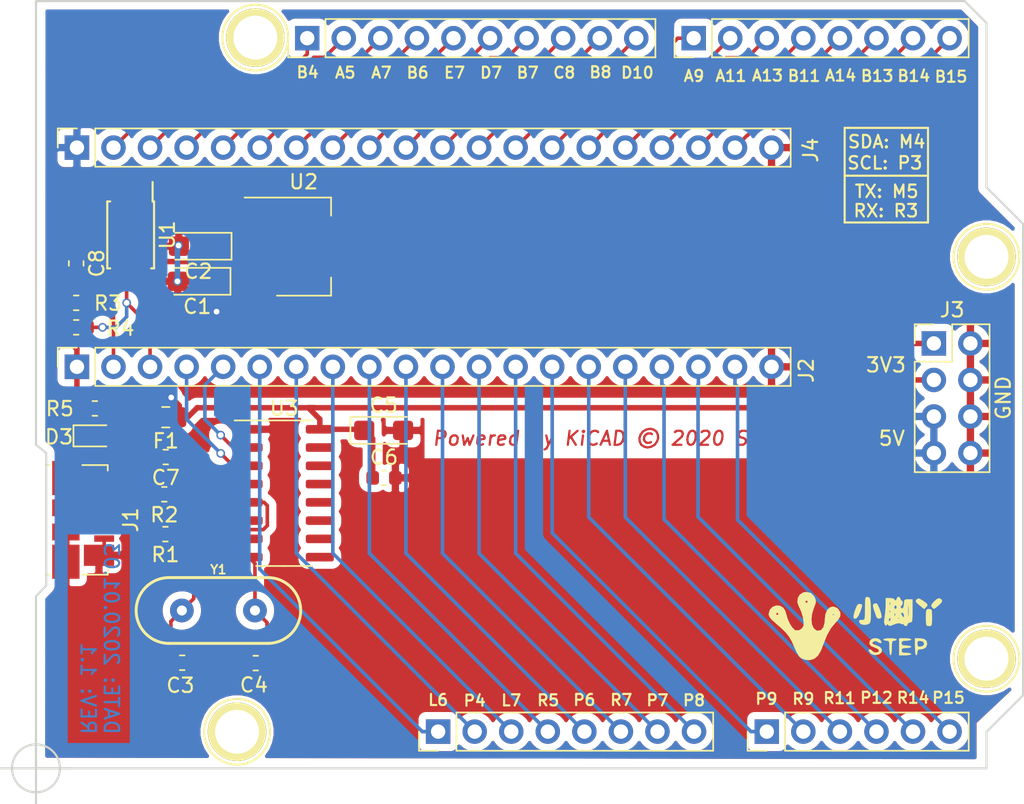
<source format=kicad_pcb>
(kicad_pcb (version 20171130) (host pcbnew "(5.1.4-0-10_14)")
  (title_block (date "lun. 30 mars 2015"))
  (layers (0 F.Cu signal) (31 B.Cu signal) (34 B.Paste user) (35 F.Paste user) (36 B.SilkS user) (37 F.SilkS user) (38 B.Mask user) (39 F.Mask user) (44 Edge.Cuts user))
  (net 0 "")
  (net 1 +5V)
  (net 2 GND)
  (net 3 "Net-(P5-Pad1)")
  (net 4 "Net-(P6-Pad1)")
  (net 5 "Net-(P7-Pad1)")
  (net 6 "Net-(P8-Pad1)")
  (net 7 +3V3)
  (net 8 "Net-(C3-Pad1)")
  (net 9 "Net-(C4-Pad1)")
  (net 10 "Net-(C7-Pad1)")
  (net 11 "Net-(D3-Pad2)")
  (net 12 "Net-(F1-Pad2)")
  (net 13 "Net-(J1-Pad4)")
  (net 14 SDA)
  (net 15 SCL)
  (net 16 TXD)
  (net 17 RXD)
  (net 18 "Net-(J2-Pad6)")
  (net 19 "Net-(J2-Pad7)")
  (net 20 "Net-(J2-Pad8)")
  (net 21 "Net-(J2-Pad9)")
  (net 22 "Net-(J2-Pad10)")
  (net 23 "Net-(J2-Pad11)")
  (net 24 "Net-(J2-Pad12)")
  (net 25 "Net-(J2-Pad13)")
  (net 26 "Net-(J2-Pad14)")
  (net 27 "Net-(J2-Pad15)")
  (net 28 "Net-(J2-Pad16)")
  (net 29 "Net-(J2-Pad17)")
  (net 30 "Net-(J2-Pad18)")
  (net 31 "Net-(J2-Pad19)")
  (net 32 "Net-(J4-Pad19)")
  (net 33 "Net-(J4-Pad18)")
  (net 34 "Net-(J4-Pad17)")
  (net 35 "Net-(J4-Pad16)")
  (net 36 "Net-(J4-Pad15)")
  (net 37 "Net-(J4-Pad14)")
  (net 38 "Net-(J4-Pad13)")
  (net 39 "Net-(J4-Pad12)")
  (net 40 "Net-(J4-Pad11)")
  (net 41 "Net-(J4-Pad10)")
  (net 42 "Net-(J4-Pad9)")
  (net 43 "Net-(J4-Pad8)")
  (net 44 "Net-(J4-Pad7)")
  (net 45 "Net-(J4-Pad6)")
  (net 46 "Net-(J4-Pad5)")
  (net 47 "Net-(J4-Pad4)")
  (net 48 "Net-(J4-Pad3)")
  (net 49 "Net-(J4-Pad2)")
  (net 50 "Net-(R1-Pad1)")
  (net 51 "Net-(R2-Pad1)")
  (net 52 "Net-(U3-Pad9)")
  (net 53 "Net-(U3-Pad10)")
  (net 54 "Net-(U3-Pad11)")
  (net 55 "Net-(U3-Pad12)")
  (net 56 "Net-(U3-Pad13)")
  (net 57 "Net-(U3-Pad14)")
  (net 58 "Net-(U3-Pad15)")
  (net 59 /D-)
  (net 60 /D+)
  (module Battery:setpfpga (layer F.Cu) (at 168.4274 116.5606)
    (fp_text reference G*** hide)
    (fp_text value LOGO hide)
  )
  (module Connector_PinSocket_2.54mm:PinSocket_1x20_P2.54mm_Vertical (layer F.Cu) (at 113.8428 83.2104 90)
    (fp_text reference J4 (at -0.1778 50.9778 90) (layer F.SilkS))
    (fp_text value Conn_01x20 hide)
    (pad 20 thru_hole oval (at 0 48.26 90) (size 1.7 1.7) (drill 1) (layers *.Cu *.Mask) (net 2 GND))
    (pad 19 thru_hole oval (at 0 45.72 90) (size 1.7 1.7) (drill 1) (layers *.Cu *.Mask) (net 32 "Net-(J4-Pad19)"))
    (pad 18 thru_hole oval (at 0 43.18 90) (size 1.7 1.7) (drill 1) (layers *.Cu *.Mask) (net 33 "Net-(J4-Pad18)"))
    (pad 17 thru_hole oval (at 0 40.64 90) (size 1.7 1.7) (drill 1) (layers *.Cu *.Mask) (net 34 "Net-(J4-Pad17)"))
    (pad 16 thru_hole oval (at 0 38.1 90) (size 1.7 1.7) (drill 1) (layers *.Cu *.Mask) (net 35 "Net-(J4-Pad16)"))
    (pad 15 thru_hole oval (at 0 35.56 90) (size 1.7 1.7) (drill 1) (layers *.Cu *.Mask) (net 36 "Net-(J4-Pad15)"))
    (pad 14 thru_hole oval (at 0 33.02 90) (size 1.7 1.7) (drill 1) (layers *.Cu *.Mask) (net 37 "Net-(J4-Pad14)"))
    (pad 13 thru_hole oval (at 0 30.48 90) (size 1.7 1.7) (drill 1) (layers *.Cu *.Mask) (net 38 "Net-(J4-Pad13)"))
    (pad 12 thru_hole oval (at 0 27.94 90) (size 1.7 1.7) (drill 1) (layers *.Cu *.Mask) (net 39 "Net-(J4-Pad12)"))
    (pad 11 thru_hole oval (at 0 25.4 90) (size 1.7 1.7) (drill 1) (layers *.Cu *.Mask) (net 40 "Net-(J4-Pad11)"))
    (pad 10 thru_hole oval (at 0 22.86 90) (size 1.7 1.7) (drill 1) (layers *.Cu *.Mask) (net 41 "Net-(J4-Pad10)"))
    (pad 9 thru_hole oval (at 0 20.32 90) (size 1.7 1.7) (drill 1) (layers *.Cu *.Mask) (net 42 "Net-(J4-Pad9)"))
    (pad 8 thru_hole oval (at 0 17.78 90) (size 1.7 1.7) (drill 1) (layers *.Cu *.Mask) (net 43 "Net-(J4-Pad8)"))
    (pad 7 thru_hole oval (at 0 15.24 90) (size 1.7 1.7) (drill 1) (layers *.Cu *.Mask) (net 44 "Net-(J4-Pad7)"))
    (pad 6 thru_hole oval (at 0 12.7 90) (size 1.7 1.7) (drill 1) (layers *.Cu *.Mask) (net 45 "Net-(J4-Pad6)"))
    (pad 5 thru_hole oval (at 0 10.16 90) (size 1.7 1.7) (drill 1) (layers *.Cu *.Mask) (net 46 "Net-(J4-Pad5)"))
    (pad 4 thru_hole oval (at 0 7.62 90) (size 1.7 1.7) (drill 1) (layers *.Cu *.Mask) (net 47 "Net-(J4-Pad4)"))
    (pad 3 thru_hole oval (at 0 5.08 90) (size 1.7 1.7) (drill 1) (layers *.Cu *.Mask) (net 48 "Net-(J4-Pad3)"))
    (pad 2 thru_hole oval (at 0 2.54 90) (size 1.7 1.7) (drill 1) (layers *.Cu *.Mask) (net 49 "Net-(J4-Pad2)"))
    (pad 1 thru_hole rect (at 0 0 90) (size 1.7 1.7) (drill 1) (layers *.Cu *.Mask) (net 1 +5V))
  )
  (module Socket_Arduino_Uno:Arduino_1pin (layer F.Cu) (at 124.968 123.825)
    (fp_text reference P5 hide)
    (fp_text value CONN_01X01 hide)
    (pad 1 thru_hole circle (at 0 0) (size 4.064 4.064) (drill 3.048) (layers *.Cu *.Mask F.SilkS) (net 3 "Net-(P5-Pad1)"))
  )
  (module Socket_Arduino_Uno:Arduino_1pin (layer F.Cu) (at 177.038 118.745)
    (fp_text reference P6 hide)
    (fp_text value CONN_01X01 hide)
    (pad 1 thru_hole circle (at 0 0) (size 4.064 4.064) (drill 3.048) (layers *.Cu *.Mask F.SilkS) (net 4 "Net-(P6-Pad1)"))
  )
  (module Socket_Arduino_Uno:Arduino_1pin (layer F.Cu) (at 126.238 75.565)
    (fp_text reference P7 hide)
    (fp_text value CONN_01X01 hide)
    (pad 1 thru_hole circle (at 0 0) (size 4.064 4.064) (drill 3.048) (layers *.Cu *.Mask F.SilkS) (net 5 "Net-(P7-Pad1)"))
  )
  (module Socket_Arduino_Uno:Arduino_1pin (layer F.Cu) (at 177.038 90.805)
    (fp_text reference P8 hide)
    (fp_text value CONN_01X01 hide)
    (pad 1 thru_hole circle (at 0 0) (size 4.064 4.064) (drill 3.048) (layers *.Cu *.Mask F.SilkS) (net 6 "Net-(P8-Pad1)"))
  )
  (module Diode_SMD:D_0603_1608Metric (layer F.Cu) (at 115.0874 103.251)
    (fp_text reference D3 (at -2.4892 0.0762) (layer F.SilkS))
    (fp_text value LED)
    (pad 1 smd roundrect (at -0.7875 0) (size 0.875 0.95) (layers F.Cu F.Paste F.Mask) (net 2 GND))
    (pad 2 smd roundrect (at 0.7875 0) (size 0.875 0.95) (layers F.Cu F.Paste F.Mask) (net 11 "Net-(D3-Pad2)"))
  )
  (module Fuse:Fuse_0805_2012Metric (layer F.Cu) (at 120.015 101.9556 180)
    (fp_text reference F1 (at 0 -1.65) (layer F.SilkS))
    (fp_text value Polyfuse hide)
    (pad 1 smd roundrect (at -0.9375 0 180) (size 0.975 1.4) (layers F.Cu F.Paste F.Mask) (net 1 +5V))
    (pad 2 smd roundrect (at 0.9375 0 180) (size 0.975 1.4) (layers F.Cu F.Paste F.Mask) (net 12 "Net-(F1-Pad2)"))
  )
  (module Connector_USB:USB_Micro-B_Molex_47346-0001 (layer F.Cu) (at 114.2746 109.093 270)
    (fp_text reference J1 (at 0 -3.3 270) (layer F.SilkS))
    (fp_text value USB_B_Micro hide)
    (pad 1 smd rect (at -1.3 -1.46 270) (size 0.45 1.38) (layers F.Cu F.Paste F.Mask) (net 12 "Net-(F1-Pad2)"))
    (pad 2 smd rect (at -0.65 -1.46 270) (size 0.45 1.38) (layers F.Cu F.Paste F.Mask) (net 59 /D-))
    (pad 3 smd rect (at 0 -1.46 270) (size 0.45 1.38) (layers F.Cu F.Paste F.Mask) (net 60 /D+))
    (pad 4 smd rect (at 0.65 -1.46 270) (size 0.45 1.38) (layers F.Cu F.Paste F.Mask) (net 13 "Net-(J1-Pad4)"))
    (pad 5 smd rect (at 1.3 -1.46 270) (size 0.45 1.38) (layers F.Cu F.Paste F.Mask) (net 2 GND))
    (pad 6 smd rect (at -2.4625 -1.1 270) (size 1.475 2.1) (layers F.Cu F.Paste F.Mask) (net 2 GND))
    (pad 6 smd rect (at 2.4625 -1.1 270) (size 1.475 2.1) (layers F.Cu F.Paste F.Mask) (net 2 GND))
    (pad 6 smd rect (at -2.91 1.2 270) (size 2.375 1.9) (layers F.Cu F.Paste F.Mask) (net 2 GND))
    (pad 6 smd rect (at 2.91 1.2 270) (size 2.375 1.9) (layers F.Cu F.Paste F.Mask) (net 2 GND))
    (pad 6 smd rect (at -0.84 1.2 270) (size 1.175 1.9) (layers F.Cu F.Paste F.Mask) (net 2 GND))
    (pad 6 smd rect (at 0.84 1.2 270) (size 1.175 1.9) (layers F.Cu F.Paste F.Mask) (net 2 GND))
  )
  (module Connector_PinSocket_2.54mm:PinSocket_1x20_P2.54mm_Vertical (layer F.Cu) (at 113.8428 98.4504 90)
    (fp_text reference J2 (at -0.254 50.673 90) (layer F.SilkS))
    (fp_text value Conn_01x20 hide)
    (pad 1 thru_hole rect (at 0 0 90) (size 1.7 1.7) (drill 1) (layers *.Cu *.Mask) (net 7 +3V3))
    (pad 2 thru_hole oval (at 0 2.54 90) (size 1.7 1.7) (drill 1) (layers *.Cu *.Mask) (net 14 SDA))
    (pad 3 thru_hole oval (at 0 5.08 90) (size 1.7 1.7) (drill 1) (layers *.Cu *.Mask) (net 15 SCL))
    (pad 4 thru_hole oval (at 0 7.62 90) (size 1.7 1.7) (drill 1) (layers *.Cu *.Mask) (net 16 TXD))
    (pad 5 thru_hole oval (at 0 10.16 90) (size 1.7 1.7) (drill 1) (layers *.Cu *.Mask) (net 17 RXD))
    (pad 6 thru_hole oval (at 0 12.7 90) (size 1.7 1.7) (drill 1) (layers *.Cu *.Mask) (net 18 "Net-(J2-Pad6)"))
    (pad 7 thru_hole oval (at 0 15.24 90) (size 1.7 1.7) (drill 1) (layers *.Cu *.Mask) (net 19 "Net-(J2-Pad7)"))
    (pad 8 thru_hole oval (at 0 17.78 90) (size 1.7 1.7) (drill 1) (layers *.Cu *.Mask) (net 20 "Net-(J2-Pad8)"))
    (pad 9 thru_hole oval (at 0 20.32 90) (size 1.7 1.7) (drill 1) (layers *.Cu *.Mask) (net 21 "Net-(J2-Pad9)"))
    (pad 10 thru_hole oval (at 0 22.86 90) (size 1.7 1.7) (drill 1) (layers *.Cu *.Mask) (net 22 "Net-(J2-Pad10)"))
    (pad 11 thru_hole oval (at 0 25.4 90) (size 1.7 1.7) (drill 1) (layers *.Cu *.Mask) (net 23 "Net-(J2-Pad11)"))
    (pad 12 thru_hole oval (at 0 27.94 90) (size 1.7 1.7) (drill 1) (layers *.Cu *.Mask) (net 24 "Net-(J2-Pad12)"))
    (pad 13 thru_hole oval (at 0 30.48 90) (size 1.7 1.7) (drill 1) (layers *.Cu *.Mask) (net 25 "Net-(J2-Pad13)"))
    (pad 14 thru_hole oval (at 0 33.02 90) (size 1.7 1.7) (drill 1) (layers *.Cu *.Mask) (net 26 "Net-(J2-Pad14)"))
    (pad 15 thru_hole oval (at 0 35.56 90) (size 1.7 1.7) (drill 1) (layers *.Cu *.Mask) (net 27 "Net-(J2-Pad15)"))
    (pad 16 thru_hole oval (at 0 38.1 90) (size 1.7 1.7) (drill 1) (layers *.Cu *.Mask) (net 28 "Net-(J2-Pad16)"))
    (pad 17 thru_hole oval (at 0 40.64 90) (size 1.7 1.7) (drill 1) (layers *.Cu *.Mask) (net 29 "Net-(J2-Pad17)"))
    (pad 18 thru_hole oval (at 0 43.18 90) (size 1.7 1.7) (drill 1) (layers *.Cu *.Mask) (net 30 "Net-(J2-Pad18)"))
    (pad 19 thru_hole oval (at 0 45.72 90) (size 1.7 1.7) (drill 1) (layers *.Cu *.Mask) (net 31 "Net-(J2-Pad19)"))
    (pad 20 thru_hole oval (at 0 48.26 90) (size 1.7 1.7) (drill 1) (layers *.Cu *.Mask) (net 2 GND))
  )
  (module Connector_PinHeader_2.54mm:PinHeader_2x04_P2.54mm_Vertical (layer F.Cu) (at 173.3804 96.8248)
    (fp_text reference J3 (at 1.27 -2.33) (layer F.SilkS))
    (fp_text value Conn_02x04_Counter_Clockwise hide)
    (pad 1 thru_hole rect (at 0 0) (size 1.7 1.7) (drill 1) (layers *.Cu *.Mask) (net 7 +3V3))
    (pad 2 thru_hole oval (at 2.54 0) (size 1.7 1.7) (drill 1) (layers *.Cu *.Mask) (net 2 GND))
    (pad 3 thru_hole oval (at 0 2.54) (size 1.7 1.7) (drill 1) (layers *.Cu *.Mask) (net 7 +3V3))
    (pad 4 thru_hole oval (at 2.54 2.54) (size 1.7 1.7) (drill 1) (layers *.Cu *.Mask) (net 2 GND))
    (pad 5 thru_hole oval (at 0 5.08) (size 1.7 1.7) (drill 1) (layers *.Cu *.Mask) (net 1 +5V))
    (pad 6 thru_hole oval (at 2.54 5.08) (size 1.7 1.7) (drill 1) (layers *.Cu *.Mask) (net 2 GND))
    (pad 7 thru_hole oval (at 0 7.62) (size 1.7 1.7) (drill 1) (layers *.Cu *.Mask) (net 1 +5V))
    (pad 8 thru_hole oval (at 2.54 7.62) (size 1.7 1.7) (drill 1) (layers *.Cu *.Mask) (net 2 GND))
  )
  (module Resistor_SMD:R_0603_1608Metric (layer F.Cu) (at 119.9896 110.0836 180)
    (fp_text reference R1 (at 0 -1.43) (layer F.SilkS))
    (fp_text value 3)
    (pad 1 smd roundrect (at -0.7875 0 180) (size 0.875 0.95) (layers F.Cu F.Paste F.Mask) (net 50 "Net-(R1-Pad1)"))
    (pad 2 smd roundrect (at 0.7875 0 180) (size 0.875 0.95) (layers F.Cu F.Paste F.Mask) (net 60 /D+))
  )
  (module Resistor_SMD:R_0603_1608Metric (layer F.Cu) (at 119.9134 107.315 180)
    (fp_text reference R2 (at 0 -1.43) (layer F.SilkS))
    (fp_text value 3)
    (pad 2 smd roundrect (at 0.7875 0 180) (size 0.875 0.95) (layers F.Cu F.Paste F.Mask) (net 59 /D-))
    (pad 1 smd roundrect (at -0.7875 0 180) (size 0.875 0.95) (layers F.Cu F.Paste F.Mask) (net 51 "Net-(R2-Pad1)"))
  )
  (module Resistor_SMD:R_0603_1608Metric (layer F.Cu) (at 113.792 94.0054)
    (fp_text reference R3 (at 2.2098 0.0254) (layer F.SilkS))
    (fp_text value 4.7k)
    (pad 1 smd roundrect (at -0.7875 0) (size 0.875 0.95) (layers F.Cu F.Paste F.Mask) (net 7 +3V3))
    (pad 2 smd roundrect (at 0.7875 0) (size 0.875 0.95) (layers F.Cu F.Paste F.Mask) (net 14 SDA))
  )
  (module Resistor_SMD:R_0603_1608Metric (layer F.Cu) (at 113.792 95.7072)
    (fp_text reference R4 (at 3.0734 0.0762) (layer F.SilkS))
    (fp_text value 4.7k)
    (pad 2 smd roundrect (at 0.7875 0) (size 0.875 0.95) (layers F.Cu F.Paste F.Mask) (net 15 SCL))
    (pad 1 smd roundrect (at -0.7875 0) (size 0.875 0.95) (layers F.Cu F.Paste F.Mask) (net 7 +3V3))
  )
  (module Resistor_SMD:R_0603_1608Metric (layer F.Cu) (at 115.0874 101.346)
    (fp_text reference R5 (at -2.4384 0.0254) (layer F.SilkS))
    (fp_text value 3.3k)
    (pad 1 smd roundrect (at -0.7875 0) (size 0.875 0.95) (layers F.Cu F.Paste F.Mask) (net 7 +3V3))
    (pad 2 smd roundrect (at 0.7875 0) (size 0.875 0.95) (layers F.Cu F.Paste F.Mask) (net 11 "Net-(D3-Pad2)"))
  )
  (module Package_SO:TSSOP-8_4.4x3mm_P0.65mm (layer F.Cu) (at 117.5766 89.281 270)
    (fp_text reference U1 (at 0 -2.55 90) (layer F.SilkS))
    (fp_text value M24C02-FDW)
    (pad 1 smd rect (at -2.95 -0.975 270) (size 1.45 0.45) (layers F.Cu F.Paste F.Mask) (net 2 GND))
    (pad 2 smd rect (at -2.95 -0.325 270) (size 1.45 0.45) (layers F.Cu F.Paste F.Mask) (net 2 GND))
    (pad 3 smd rect (at -2.95 0.325 270) (size 1.45 0.45) (layers F.Cu F.Paste F.Mask) (net 2 GND))
    (pad 4 smd rect (at -2.95 0.975 270) (size 1.45 0.45) (layers F.Cu F.Paste F.Mask) (net 2 GND))
    (pad 5 smd rect (at 2.95 0.975 270) (size 1.45 0.45) (layers F.Cu F.Paste F.Mask) (net 14 SDA))
    (pad 6 smd rect (at 2.95 0.325 270) (size 1.45 0.45) (layers F.Cu F.Paste F.Mask) (net 15 SCL))
    (pad 7 smd rect (at 2.95 -0.325 270) (size 1.45 0.45) (layers F.Cu F.Paste F.Mask) (net 2 GND))
    (pad 8 smd rect (at 2.95 -0.975 270) (size 1.45 0.45) (layers F.Cu F.Paste F.Mask) (net 7 +3V3))
  )
  (module Package_TO_SOT_SMD:SOT-223-3_TabPin2 (layer F.Cu) (at 129.5908 90.0938)
    (fp_text reference U2 (at 0 -4.5) (layer F.SilkS))
    (fp_text value AMS1117-3.3 hide)
    (pad 2 smd rect (at 3.15 0) (size 2 3.8) (layers F.Cu F.Paste F.Mask) (net 7 +3V3))
    (pad 2 smd rect (at -3.15 0) (size 2 1.5) (layers F.Cu F.Paste F.Mask) (net 7 +3V3))
    (pad 3 smd rect (at -3.15 2.3) (size 2 1.5) (layers F.Cu F.Paste F.Mask) (net 1 +5V))
    (pad 1 smd rect (at -3.15 -2.3) (size 2 1.5) (layers F.Cu F.Paste F.Mask) (net 2 GND))
  )
  (module Package_SO:SOIC-16_3.9x9.9mm_P1.27mm (layer F.Cu) (at 128.2446 107.2388)
    (fp_text reference U3 (at 0 -5.9) (layer F.SilkS))
    (fp_text value CH340G)
    (pad 1 smd roundrect (at -2.475 -4.445) (size 1.95 0.6) (layers F.Cu F.Paste F.Mask) (net 2 GND))
    (pad 2 smd roundrect (at -2.475 -3.175) (size 1.95 0.6) (layers F.Cu F.Paste F.Mask) (net 17 RXD))
    (pad 3 smd roundrect (at -2.475 -1.905) (size 1.95 0.6) (layers F.Cu F.Paste F.Mask) (net 16 TXD))
    (pad 4 smd roundrect (at -2.475 -0.635) (size 1.95 0.6) (layers F.Cu F.Paste F.Mask) (net 10 "Net-(C7-Pad1)"))
    (pad 5 smd roundrect (at -2.475 0.635) (size 1.95 0.6) (layers F.Cu F.Paste F.Mask) (net 50 "Net-(R1-Pad1)"))
    (pad 6 smd roundrect (at -2.475 1.905) (size 1.95 0.6) (layers F.Cu F.Paste F.Mask) (net 51 "Net-(R2-Pad1)"))
    (pad 7 smd roundrect (at -2.475 3.175) (size 1.95 0.6) (layers F.Cu F.Paste F.Mask) (net 8 "Net-(C3-Pad1)"))
    (pad 8 smd roundrect (at -2.475 4.445) (size 1.95 0.6) (layers F.Cu F.Paste F.Mask) (net 9 "Net-(C4-Pad1)"))
    (pad 9 smd roundrect (at 2.475 4.445) (size 1.95 0.6) (layers F.Cu F.Paste F.Mask) (net 52 "Net-(U3-Pad9)"))
    (pad 10 smd roundrect (at 2.475 3.175) (size 1.95 0.6) (layers F.Cu F.Paste F.Mask) (net 53 "Net-(U3-Pad10)"))
    (pad 11 smd roundrect (at 2.475 1.905) (size 1.95 0.6) (layers F.Cu F.Paste F.Mask) (net 54 "Net-(U3-Pad11)"))
    (pad 12 smd roundrect (at 2.475 0.635) (size 1.95 0.6) (layers F.Cu F.Paste F.Mask) (net 55 "Net-(U3-Pad12)"))
    (pad 13 smd roundrect (at 2.475 -0.635) (size 1.95 0.6) (layers F.Cu F.Paste F.Mask) (net 56 "Net-(U3-Pad13)"))
    (pad 14 smd roundrect (at 2.475 -1.905) (size 1.95 0.6) (layers F.Cu F.Paste F.Mask) (net 57 "Net-(U3-Pad14)"))
    (pad 15 smd roundrect (at 2.475 -3.175) (size 1.95 0.6) (layers F.Cu F.Paste F.Mask) (net 58 "Net-(U3-Pad15)"))
    (pad 16 smd roundrect (at 2.475 -4.445) (size 1.95 0.6) (layers F.Cu F.Paste F.Mask) (net 1 +5V))
  )
  (module Connector_PinHeader_2.54mm:PinHeader_1x10_P2.54mm_Vertical (layer F.Cu) (at 129.8448 75.6031 90)
    (fp_text reference P3 hide)
    (fp_text value Digital hide)
    (pad 1 thru_hole rect (at 0 0 90) (size 1.7 1.7) (drill 1) (layers *.Cu *.Mask) (net 49 "Net-(J4-Pad2)"))
    (pad 2 thru_hole oval (at 0 2.54 90) (size 1.7 1.7) (drill 1) (layers *.Cu *.Mask) (net 48 "Net-(J4-Pad3)"))
    (pad 3 thru_hole oval (at 0 5.08 90) (size 1.7 1.7) (drill 1) (layers *.Cu *.Mask) (net 47 "Net-(J4-Pad4)"))
    (pad 4 thru_hole oval (at 0 7.62 90) (size 1.7 1.7) (drill 1) (layers *.Cu *.Mask) (net 46 "Net-(J4-Pad5)"))
    (pad 5 thru_hole oval (at 0 10.16 90) (size 1.7 1.7) (drill 1) (layers *.Cu *.Mask) (net 45 "Net-(J4-Pad6)"))
    (pad 6 thru_hole oval (at 0 12.7 90) (size 1.7 1.7) (drill 1) (layers *.Cu *.Mask) (net 44 "Net-(J4-Pad7)"))
    (pad 7 thru_hole oval (at 0 15.24 90) (size 1.7 1.7) (drill 1) (layers *.Cu *.Mask) (net 43 "Net-(J4-Pad8)"))
    (pad 8 thru_hole oval (at 0 17.78 90) (size 1.7 1.7) (drill 1) (layers *.Cu *.Mask) (net 42 "Net-(J4-Pad9)"))
    (pad 9 thru_hole oval (at 0 20.32 90) (size 1.7 1.7) (drill 1) (layers *.Cu *.Mask) (net 41 "Net-(J4-Pad10)"))
    (pad 10 thru_hole oval (at 0 22.86 90) (size 1.7 1.7) (drill 1) (layers *.Cu *.Mask) (net 40 "Net-(J4-Pad11)"))
  )
  (module Connector_PinHeader_2.54mm:PinHeader_1x08_P2.54mm_Vertical (layer F.Cu) (at 156.6926 75.6031 90)
    (fp_text reference P4 hide)
    (fp_text value Digital hide)
    (pad 1 thru_hole rect (at 0 0 90) (size 1.7 1.7) (drill 1) (layers *.Cu *.Mask) (net 39 "Net-(J4-Pad12)"))
    (pad 2 thru_hole oval (at 0 2.54 90) (size 1.7 1.7) (drill 1) (layers *.Cu *.Mask) (net 38 "Net-(J4-Pad13)"))
    (pad 3 thru_hole oval (at 0 5.08 90) (size 1.7 1.7) (drill 1) (layers *.Cu *.Mask) (net 37 "Net-(J4-Pad14)"))
    (pad 4 thru_hole oval (at 0 7.62 90) (size 1.7 1.7) (drill 1) (layers *.Cu *.Mask) (net 36 "Net-(J4-Pad15)"))
    (pad 5 thru_hole oval (at 0 10.16 90) (size 1.7 1.7) (drill 1) (layers *.Cu *.Mask) (net 35 "Net-(J4-Pad16)"))
    (pad 6 thru_hole oval (at 0 12.7 90) (size 1.7 1.7) (drill 1) (layers *.Cu *.Mask) (net 34 "Net-(J4-Pad17)"))
    (pad 7 thru_hole oval (at 0 15.24 90) (size 1.7 1.7) (drill 1) (layers *.Cu *.Mask) (net 33 "Net-(J4-Pad18)"))
    (pad 8 thru_hole oval (at 0 17.78 90) (size 1.7 1.7) (drill 1) (layers *.Cu *.Mask) (net 32 "Net-(J4-Pad19)"))
  )
  (module Connector_PinHeader_2.54mm:PinHeader_1x08_P2.54mm_Vertical (layer F.Cu) (at 138.938 123.8123 90)
    (fp_text reference P1 hide)
    (fp_text value Power hide)
    (pad 1 thru_hole rect (at 0 0 90) (size 1.7 1.7) (drill 1) (layers *.Cu *.Mask) (net 18 "Net-(J2-Pad6)"))
    (pad 2 thru_hole oval (at 0 2.54 90) (size 1.7 1.7) (drill 1) (layers *.Cu *.Mask) (net 19 "Net-(J2-Pad7)"))
    (pad 3 thru_hole oval (at 0 5.08 90) (size 1.7 1.7) (drill 1) (layers *.Cu *.Mask) (net 20 "Net-(J2-Pad8)"))
    (pad 4 thru_hole oval (at 0 7.62 90) (size 1.7 1.7) (drill 1) (layers *.Cu *.Mask) (net 21 "Net-(J2-Pad9)"))
    (pad 5 thru_hole oval (at 0 10.16 90) (size 1.7 1.7) (drill 1) (layers *.Cu *.Mask) (net 22 "Net-(J2-Pad10)"))
    (pad 6 thru_hole oval (at 0 12.7 90) (size 1.7 1.7) (drill 1) (layers *.Cu *.Mask) (net 23 "Net-(J2-Pad11)"))
    (pad 7 thru_hole oval (at 0 15.24 90) (size 1.7 1.7) (drill 1) (layers *.Cu *.Mask) (net 24 "Net-(J2-Pad12)"))
    (pad 8 thru_hole oval (at 0 17.78 90) (size 1.7 1.7) (drill 1) (layers *.Cu *.Mask) (net 25 "Net-(J2-Pad13)"))
  )
  (module Connector_PinHeader_2.54mm:PinHeader_1x06_P2.54mm_Vertical (layer F.Cu) (at 161.7726 123.8123 90)
    (fp_text reference P2 hide)
    (fp_text value Analog hide)
    (pad 1 thru_hole rect (at 0 0 90) (size 1.7 1.7) (drill 1) (layers *.Cu *.Mask) (net 26 "Net-(J2-Pad14)"))
    (pad 2 thru_hole oval (at 0 2.54 90) (size 1.7 1.7) (drill 1) (layers *.Cu *.Mask) (net 27 "Net-(J2-Pad15)"))
    (pad 3 thru_hole oval (at 0 5.08 90) (size 1.7 1.7) (drill 1) (layers *.Cu *.Mask) (net 28 "Net-(J2-Pad16)"))
    (pad 4 thru_hole oval (at 0 7.62 90) (size 1.7 1.7) (drill 1) (layers *.Cu *.Mask) (net 29 "Net-(J2-Pad17)"))
    (pad 5 thru_hole oval (at 0 10.16 90) (size 1.7 1.7) (drill 1) (layers *.Cu *.Mask) (net 30 "Net-(J2-Pad18)"))
    (pad 6 thru_hole oval (at 0 12.7 90) (size 1.7 1.7) (drill 1) (layers *.Cu *.Mask) (net 31 "Net-(J2-Pad19)"))
  )
  (module Capacitor_Tantalum_SMD:CP_EIA-3216-18_Kemet-A (layer F.Cu) (at 122.1994 92.5068 180)
    (fp_text reference C1 (at 0 -1.75) (layer F.SilkS))
    (fp_text value 10uF)
    (pad 2 smd roundrect (at 1.35 0 180) (size 1.4 1.35) (layers F.Cu F.Paste F.Mask) (roundrect_rratio 0.185185) (net 2 GND))
    (pad 1 smd roundrect (at -1.35 0 180) (size 1.4 1.35) (layers F.Cu F.Paste F.Mask) (roundrect_rratio 0.185185) (net 1 +5V))
  )
  (module Capacitor_Tantalum_SMD:CP_EIA-3216-18_Kemet-A (layer F.Cu) (at 122.2756 90.0684 180)
    (fp_text reference C2 (at 0 -1.75) (layer F.SilkS))
    (fp_text value 22uF)
    (pad 1 smd roundrect (at -1.35 0 180) (size 1.4 1.35) (layers F.Cu F.Paste F.Mask) (roundrect_rratio 0.185185) (net 7 +3V3))
    (pad 2 smd roundrect (at 1.35 0 180) (size 1.4 1.35) (layers F.Cu F.Paste F.Mask) (roundrect_rratio 0.185185) (net 2 GND))
  )
  (module Capacitor_Tantalum_SMD:CP_EIA-3216-18_Kemet-A (layer F.Cu) (at 135.1534 102.87)
    (fp_text reference C5 (at 0 -1.75) (layer F.SilkS))
    (fp_text value 22uf)
    (pad 1 smd roundrect (at -1.35 0) (size 1.4 1.35) (layers F.Cu F.Paste F.Mask) (roundrect_rratio 0.185185) (net 1 +5V))
    (pad 2 smd roundrect (at 1.35 0) (size 1.4 1.35) (layers F.Cu F.Paste F.Mask) (roundrect_rratio 0.185185) (net 2 GND))
  )
  (module Capacitor_SMD:C_0603_1608Metric (layer F.Cu) (at 121.158 119.0244)
    (fp_text reference C3 (at -0.127 1.5748) (layer F.SilkS))
    (fp_text value 22pf)
    (pad 2 smd roundrect (at 0.7875 0) (size 0.875 0.95) (layers F.Cu F.Paste F.Mask) (net 2 GND))
    (pad 1 smd roundrect (at -0.7875 0) (size 0.875 0.95) (layers F.Cu F.Paste F.Mask) (net 8 "Net-(C3-Pad1)"))
  )
  (module Capacitor_SMD:C_0603_1608Metric (layer F.Cu) (at 126.2634 119.0498 180)
    (fp_text reference C4 (at 0.127 -1.524) (layer F.SilkS))
    (fp_text value 22pf)
    (pad 1 smd roundrect (at -0.7875 0 180) (size 0.875 0.95) (layers F.Cu F.Paste F.Mask) (net 9 "Net-(C4-Pad1)"))
    (pad 2 smd roundrect (at 0.7875 0 180) (size 0.875 0.95) (layers F.Cu F.Paste F.Mask) (net 2 GND))
  )
  (module Capacitor_SMD:C_0603_1608Metric (layer F.Cu) (at 135.1788 106.172)
    (fp_text reference C6 (at 0 -1.43) (layer F.SilkS))
    (fp_text value 0.1uf hide)
    (pad 1 smd roundrect (at -0.7875 0) (size 0.875 0.95) (layers F.Cu F.Paste F.Mask) (net 1 +5V))
    (pad 2 smd roundrect (at 0.7875 0) (size 0.875 0.95) (layers F.Cu F.Paste F.Mask) (net 2 GND))
  )
  (module Capacitor_SMD:C_0603_1608Metric (layer F.Cu) (at 120.015 104.7242 180)
    (fp_text reference C7 (at 0 -1.43) (layer F.SilkS))
    (fp_text value 0.1uf)
    (pad 2 smd roundrect (at 0.7875 0 180) (size 0.875 0.95) (layers F.Cu F.Paste F.Mask) (net 2 GND))
    (pad 1 smd roundrect (at -0.7875 0 180) (size 0.875 0.95) (layers F.Cu F.Paste F.Mask) (net 10 "Net-(C7-Pad1)"))
  )
  (module Clocks:HC49US (layer F.Cu) (at 123.6726 115.3922)
    (fp_text reference Y1 (at 0 -2.8448) (layer F.SilkS) (effects (font (size 0.6096 0.6096) (thickness 0.127))))
    (fp_text value 12M hide)
    (pad 1 thru_hole circle (at -2.54 0) (size 1.651 1.651) (drill 0.6985) (layers *.Cu *.Mask) (net 8 "Net-(C3-Pad1)"))
    (pad 2 thru_hole circle (at 2.54 0) (size 1.651 1.651) (drill 0.6985) (layers *.Cu *.Mask) (net 9 "Net-(C4-Pad1)"))
  )
  (module Capacitor_SMD:C_0603_1608Metric (layer F.Cu) (at 113.792 91.2622 270)
    (fp_text reference C8 (at 0 -1.43 90) (layer F.SilkS))
    (fp_text value 0.1uF)
    (pad 1 smd roundrect (at -0.7875 0 270) (size 0.875 0.95) (layers F.Cu F.Paste F.Mask) (net 2 GND))
    (pad 2 smd roundrect (at 0.7875 0 270) (size 0.875 0.95) (layers F.Cu F.Paste F.Mask) (net 7 +3V3))
  )
  (gr_line (start 167.2082 85.1662) (end 172.974 85.1662) (layer F.SilkS) (width 0.15))
  (gr_line (start 167.1828 81.8388) (end 167.4876 81.8388) (layer F.SilkS) (width 0.15))
  (gr_line (start 167.1828 88.4174) (end 167.1828 81.8388) (layer F.SilkS) (width 0.15))
  (gr_line (start 172.974 88.4174) (end 167.1828 88.4174) (layer F.SilkS) (width 0.15))
  (gr_line (start 172.974 81.8388) (end 172.974 88.4174) (layer F.SilkS) (width 0.15))
  (gr_line (start 167.4368 81.8388) (end 172.974 81.8388) (layer F.SilkS) (width 0.15))
  (gr_text "RX: R3" (at 170.053 87.6046) (layer F.SilkS) (effects (font (size 0.873 0.873))))
  (gr_text "TX: M5" (at 170.1038 86.2584) (layer F.SilkS) (effects (font (size 0.873 0.873))))
  (gr_text "SCL: P3" (at 169.9768 84.2772) (layer F.SilkS) (effects (font (size 0.873 0.873))))
  (gr_text "SDA: M4" (at 170.1038 82.804) (layer F.SilkS) (effects (font (size 0.873 0.873))))
  (target plus (at 110.998 126.365) (size 5) (width 0.15) (layer Edge.Cuts))
  (gr_text "DATE: 2020.01.03\nREV: 1.1" (at 115.42522 124.09678 270) (layer B.Cu) (effects (font (size 1 1)) (justify left mirror)))
  (gr_text "Powered by KiCAD © 2020 Simon Lu" (at 152.5016 103.4288) (layer F.Cu) (effects (font (size 0.9746 0.9746) (thickness 0.15494) italic)))
  (gr_text B15 (at 174.5742 78.2828) (layer F.SilkS) (effects (font (size 0.7714 0.7714))))
  (gr_text B14 (at 171.9834 78.232) (layer F.SilkS) (effects (font (size 0.7714 0.7714))))
  (gr_text B13 (at 169.4434 78.232) (layer F.SilkS) (effects (font (size 0.7714 0.7714))))
  (gr_text A14 (at 166.9034 78.2066) (layer F.SilkS) (effects (font (size 0.7714 0.7714))))
  (gr_text B11 (at 164.3634 78.232) (layer F.SilkS) (effects (font (size 0.7714 0.7714))))
  (gr_text A13 (at 161.8234 78.2066) (layer F.SilkS) (effects (font (size 0.7714 0.7714))))
  (gr_text A11 (at 159.2834 78.232) (layer F.SilkS) (effects (font (size 0.7714 0.7714))))
  (gr_text A9 (at 156.718 78.232) (layer F.SilkS) (effects (font (size 0.7714 0.7714))))
  (gr_text D10 (at 152.781 78.0034) (layer F.SilkS) (effects (font (size 0.7714 0.7714))))
  (gr_text B8 (at 150.2156 77.978) (layer F.SilkS) (effects (font (size 0.7714 0.7714))))
  (gr_text C8 (at 147.701 78.0034) (layer F.SilkS) (effects (font (size 0.7714 0.7714))))
  (gr_text B7 (at 145.161 78.0034) (layer F.SilkS) (effects (font (size 0.7714 0.7714))))
  (gr_text D7 (at 142.621 78.0034) (layer F.SilkS) (effects (font (size 0.7714 0.7714))))
  (gr_text E7 (at 140.081 78.0034) (layer F.SilkS) (effects (font (size 0.7714 0.7714))))
  (gr_text B6 (at 137.5156 78.0034) (layer F.SilkS) (effects (font (size 0.7714 0.7714))))
  (gr_text A7 (at 135.001 78.0034) (layer F.SilkS) (effects (font (size 0.7714 0.7714))))
  (gr_text A5 (at 132.4864 78.0034) (layer F.SilkS) (effects (font (size 0.7714 0.7714))))
  (gr_text B4 (at 129.8702 77.978) (layer F.SilkS) (effects (font (size 0.7714 0.7714))))
  (gr_text P9 (at 161.7472 121.539) (layer F.SilkS) (effects (font (size 0.7714 0.7714))))
  (gr_text R9 (at 164.3126 121.539) (layer F.SilkS) (effects (font (size 0.7714 0.7714))))
  (gr_text R11 (at 166.8272 121.4882) (layer F.SilkS) (effects (font (size 0.7714 0.7714))))
  (gr_text P12 (at 169.3926 121.4628) (layer F.SilkS) (effects (font (size 0.7714 0.7714))))
  (gr_text R14 (at 171.9326 121.4628) (layer F.SilkS) (effects (font (size 0.7714 0.7714))))
  (gr_text P15 (at 174.3964 121.4628) (layer F.SilkS) (effects (font (size 0.7714 0.7714))))
  (gr_text P8 (at 156.718 121.6406) (layer F.SilkS) (effects (font (size 0.7714 0.7714))))
  (gr_text P7 (at 154.178 121.6406) (layer F.SilkS) (effects (font (size 0.7714 0.7714))))
  (gr_text R7 (at 151.6634 121.6152) (layer F.SilkS) (effects (font (size 0.7714 0.7714))))
  (gr_text P6 (at 149.098 121.6152) (layer F.SilkS) (effects (font (size 0.7714 0.7714))))
  (gr_text R5 (at 146.5834 121.6406) (layer F.SilkS) (effects (font (size 0.7714 0.7714))))
  (gr_text L7 (at 144.018 121.6406) (layer F.SilkS) (effects (font (size 0.7714 0.7714))))
  (gr_text P4 (at 141.478 121.666) (layer F.SilkS) (effects (font (size 0.7714 0.7714))))
  (gr_text L6 (at 138.938 121.6152) (layer F.SilkS) (effects (font (size 0.7714 0.7714))))
  (gr_text GND (at 178.2064 100.6094 90) (layer F.SilkS) (effects (font (size 1 1))))
  (gr_text 5V (at 170.4594 103.4288) (layer F.SilkS) (effects (font (size 1 1))))
  (gr_text 3V3 (at 170.053 98.3234) (layer F.SilkS) (effects (font (size 1 1))))
  (gr_line (start 110.998 73.025) (end 110.998 103.8606) (layer Edge.Cuts) (width 0.15))
  (gr_line (start 110.998 114.4016) (end 110.998 126.365) (layer Edge.Cuts) (width 0.15))
  (gr_line (start 111.7092 113.665) (end 110.998 114.4016) (layer Edge.Cuts) (width 0.15))
  (gr_line (start 111.7092 104.4448) (end 111.7092 113.665) (layer Edge.Cuts) (width 0.15))
  (gr_line (start 110.998 103.8606) (end 111.7092 104.4448) (layer Edge.Cuts) (width 0.15))
  (gr_line (start 177.038 74.549) (end 175.514 73.025) (angle 90) (layer Edge.Cuts) (width 0.15))
  (gr_line (start 177.038 85.979) (end 177.038 74.549) (angle 90) (layer Edge.Cuts) (width 0.15))
  (gr_line (start 179.578 88.519) (end 177.038 85.979) (angle 90) (layer Edge.Cuts) (width 0.15))
  (gr_line (start 179.578 121.285) (end 179.578 88.519) (angle 90) (layer Edge.Cuts) (width 0.15))
  (gr_line (start 177.038 123.825) (end 179.578 121.285) (angle 90) (layer Edge.Cuts) (width 0.15))
  (gr_line (start 177.038 126.365) (end 177.038 123.825) (angle 90) (layer Edge.Cuts) (width 0.15))
  (gr_line (start 110.998 126.365) (end 177.038 126.365) (angle 90) (layer Edge.Cuts) (width 0.15))
  (gr_line (start 175.514 73.025) (end 110.998 73.025) (angle 90) (layer Edge.Cuts) (width 0.15))
  (segment (start 130.7196 102.0938) (end 130.7196 102.7938) (width 0.381) (layer F.Cu) (net 1))
  (segment (start 129.923563 101.297763) (end 130.7196 102.0938) (width 0.381) (layer F.Cu) (net 1))
  (segment (start 170.3832 104.4448) (end 173.3804 104.4448) (width 0.381) (layer F.Cu) (net 1))
  (segment (start 167.236163 101.297763) (end 170.3832 104.4448) (width 0.381) (layer F.Cu) (net 1))
  (segment (start 167.8432 101.9048) (end 173.3804 101.9048) (width 0.381) (layer F.Cu) (net 1))
  (segment (start 167.236163 101.297763) (end 167.8432 101.9048) (width 0.381) (layer F.Cu) (net 1))
  (segment (start 121.54 101.9556) (end 122.197837 101.297763) (width 0.381) (layer F.Cu) (net 1))
  (segment (start 120.9525 101.9556) (end 121.54 101.9556) (width 0.381) (layer F.Cu) (net 1))
  (segment (start 130.324837 101.297763) (end 167.236163 101.297763) (width 0.381) (layer F.Cu) (net 1))
  (segment (start 122.197837 101.297763) (end 130.324837 101.297763) (width 0.381) (layer F.Cu) (net 1))
  (segment (start 129.923563 101.297763) (end 130.324837 101.297763) (width 0.381) (layer F.Cu) (net 1))
  (segment (start 122.197837 101.297763) (end 122.222237 101.297763) (width 0.381) (layer F.Cu) (net 1))
  (segment (start 133.7272 102.7938) (end 133.8034 102.87) (width 0.381) (layer F.Cu) (net 1))
  (segment (start 130.7196 102.7938) (end 133.7272 102.7938) (width 0.381) (layer F.Cu) (net 1))
  (segment (start 123.6624 92.3938) (end 123.5494 92.5068) (width 0.381) (layer F.Cu) (net 1))
  (segment (start 126.4408 92.3938) (end 123.6624 92.3938) (width 0.381) (layer F.Cu) (net 1))
  (segment (start 134.3913 103.4579) (end 133.8034 102.87) (width 0.381) (layer F.Cu) (net 1))
  (segment (start 134.3913 106.172) (end 134.3913 103.4579) (width 0.381) (layer F.Cu) (net 1))
  (via (at 120.396 100.584) (size 0.6) (drill 0.4) (layers F.Cu B.Cu) (net 1))
  (segment (start 120.9525 101.1405) (end 120.396 100.584) (width 0.381) (layer F.Cu) (net 1))
  (segment (start 120.9525 101.9556) (end 120.9525 101.1405) (width 0.381) (layer F.Cu) (net 1))
  (segment (start 123.5494 93.2818) (end 123.5456 93.2856) (width 0.381) (layer F.Cu) (net 1))
  (segment (start 123.5494 92.5068) (end 123.5494 93.2818) (width 0.381) (layer F.Cu) (net 1))
  (via (at 123.5456 94.615) (size 0.6) (drill 0.4) (layers F.Cu B.Cu) (net 1))
  (segment (start 123.5456 93.2856) (end 123.5456 94.615) (width 0.381) (layer F.Cu) (net 1))
  (via (at 120.904 90.0176) (size 0.6) (drill 0.4) (layers F.Cu B.Cu) (net 2))
  (via (at 120.8278 92.5068) (size 0.6) (drill 0.4) (layers F.Cu B.Cu) (net 2))
  (segment (start 117.9016 93.206) (end 118.2878 93.5922) (width 0.25) (layer F.Cu) (net 2))
  (segment (start 117.9016 92.231) (end 117.9016 93.206) (width 0.25) (layer F.Cu) (net 2))
  (segment (start 124.6946 102.7938) (end 124.2822 102.3814) (width 0.25) (layer F.Cu) (net 2))
  (segment (start 125.7696 102.7938) (end 124.6946 102.7938) (width 0.25) (layer F.Cu) (net 2))
  (segment (start 115.7346 111.1955) (end 115.3746 111.5555) (width 0.25) (layer F.Cu) (net 2))
  (segment (start 115.7346 110.393) (end 115.7346 111.1955) (width 0.25) (layer F.Cu) (net 2))
  (segment (start 120.8278 90.0938) (end 120.904 90.0176) (width 0.381) (layer B.Cu) (net 2))
  (segment (start 120.8278 92.5068) (end 120.8278 90.0938) (width 0.381) (layer B.Cu) (net 2))
  (segment (start 113.0045 96.3811) (end 113.0045 95.7072) (width 0.381) (layer F.Cu) (net 7))
  (segment (start 113.8428 97.2194) (end 113.0045 96.3811) (width 0.381) (layer F.Cu) (net 7))
  (segment (start 113.8428 98.4504) (end 113.8428 97.2194) (width 0.381) (layer F.Cu) (net 7))
  (segment (start 113.0045 95.7072) (end 113.0045 94.0054) (width 0.381) (layer F.Cu) (net 7))
  (segment (start 113.0045 92.9872) (end 113.792 92.1997) (width 0.381) (layer F.Cu) (net 7))
  (segment (start 113.0045 94.0054) (end 113.0045 92.9872) (width 0.381) (layer F.Cu) (net 7))
  (segment (start 113.792 92.1997) (end 115.3899 90.6018) (width 0.381) (layer F.Cu) (net 7))
  (segment (start 118.5516 91.125) (end 118.5516 92.231) (width 0.381) (layer F.Cu) (net 7))
  (segment (start 118.0284 90.6018) (end 118.5516 91.125) (width 0.381) (layer F.Cu) (net 7))
  (segment (start 115.3899 90.6018) (end 118.0284 90.6018) (width 0.381) (layer F.Cu) (net 7))
  (segment (start 113.8428 100.8889) (end 114.2999 101.346) (width 0.381) (layer F.Cu) (net 7))
  (segment (start 113.8428 98.4504) (end 113.8428 100.8889) (width 0.381) (layer F.Cu) (net 7))
  (segment (start 132.7408 90.0938) (end 160.3248 90.0938) (width 0.381) (layer F.Cu) (net 7))
  (segment (start 169.5958 99.3648) (end 173.3804 99.3648) (width 0.381) (layer F.Cu) (net 7))
  (segment (start 167.005 96.774) (end 169.5958 99.3648) (width 0.381) (layer F.Cu) (net 7))
  (segment (start 167.0558 96.8248) (end 167.005 96.774) (width 0.381) (layer F.Cu) (net 7))
  (segment (start 173.3804 96.8248) (end 167.0558 96.8248) (width 0.381) (layer F.Cu) (net 7))
  (segment (start 160.3248 90.0938) (end 167.005 96.774) (width 0.381) (layer F.Cu) (net 7))
  (segment (start 126.5424 90.1954) (end 126.4408 90.0938) (width 0.381) (layer F.Cu) (net 7))
  (segment (start 123.651 90.0938) (end 123.6256 90.0684) (width 0.381) (layer F.Cu) (net 7))
  (segment (start 126.4408 90.0938) (end 123.651 90.0938) (width 0.381) (layer F.Cu) (net 7))
  (segment (start 121.64091 91.13391) (end 118.56051 91.13391) (width 0.381) (layer F.Cu) (net 7))
  (segment (start 122.70642 90.0684) (end 121.64091 91.13391) (width 0.381) (layer F.Cu) (net 7))
  (segment (start 118.56051 91.13391) (end 118.5516 91.125) (width 0.381) (layer F.Cu) (net 7))
  (segment (start 123.6256 90.0684) (end 122.70642 90.0684) (width 0.381) (layer F.Cu) (net 7))
  (segment (start 132.7408 90.0938) (end 126.4408 90.0938) (width 0.381) (layer F.Cu) (net 7))
  (segment (start 124.6946 110.4138) (end 125.7696 110.4138) (width 0.25) (layer F.Cu) (net 8))
  (segment (start 121.958099 113.150301) (end 124.6946 110.4138) (width 0.25) (layer F.Cu) (net 8))
  (segment (start 121.958099 114.566701) (end 121.958099 113.150301) (width 0.25) (layer F.Cu) (net 8))
  (segment (start 121.1326 115.3922) (end 121.958099 114.566701) (width 0.25) (layer F.Cu) (net 8))
  (segment (start 120.3705 116.1543) (end 121.1326 115.3922) (width 0.25) (layer F.Cu) (net 8))
  (segment (start 120.3705 119.0244) (end 120.3705 116.1543) (width 0.25) (layer F.Cu) (net 8))
  (segment (start 126.2456 111.6838) (end 125.7696 111.6838) (width 0.25) (layer F.Cu) (net 9))
  (segment (start 126.2126 112.1268) (end 125.7696 111.6838) (width 0.25) (layer F.Cu) (net 9))
  (segment (start 126.2126 115.3922) (end 126.2126 112.1268) (width 0.25) (layer F.Cu) (net 9))
  (segment (start 127.0509 116.2305) (end 126.2126 115.3922) (width 0.25) (layer F.Cu) (net 9))
  (segment (start 127.0509 119.0498) (end 127.0509 116.2305) (width 0.25) (layer F.Cu) (net 9))
  (segment (start 124.6946 106.6038) (end 124.6692 106.5784) (width 0.25) (layer F.Cu) (net 10))
  (segment (start 125.7696 106.6038) (end 124.6946 106.6038) (width 0.25) (layer F.Cu) (net 10))
  (segment (start 124.6692 106.5784) (end 124.1552 106.5784) (width 0.25) (layer F.Cu) (net 10))
  (segment (start 122.301 104.7242) (end 120.9525 104.7242) (width 0.25) (layer F.Cu) (net 10))
  (segment (start 124.1552 106.5784) (end 122.301 104.7242) (width 0.25) (layer F.Cu) (net 10))
  (segment (start 115.8749 101.346) (end 115.8749 103.251) (width 0.381) (layer F.Cu) (net 11))
  (segment (start 117.2718 103.7613) (end 119.0775 101.9556) (width 0.381) (layer F.Cu) (net 12))
  (segment (start 117.2718 107.3268) (end 117.2718 103.7613) (width 0.381) (layer F.Cu) (net 12))
  (segment (start 116.8056 107.793) (end 117.2718 107.3268) (width 0.381) (layer F.Cu) (net 12))
  (segment (start 115.7346 107.793) (end 116.8056 107.793) (width 0.381) (layer F.Cu) (net 12))
  (segment (start 115.2144 94.0054) (end 114.5795 94.0054) (width 0.25) (layer F.Cu) (net 14))
  (segment (start 116.3828 98.4504) (end 116.3828 95.1738) (width 0.25) (layer F.Cu) (net 14))
  (segment (start 115.7859 94.5769) (end 115.2144 94.0054) (width 0.25) (layer F.Cu) (net 14))
  (segment (start 116.332 95.123) (end 115.7859 94.5769) (width 0.25) (layer F.Cu) (net 14))
  (segment (start 116.3828 95.1738) (end 116.332 95.123) (width 0.25) (layer F.Cu) (net 14))
  (segment (start 116.3828 95.1738) (end 116.3828 93.7006) (width 0.25) (layer F.Cu) (net 14))
  (segment (start 116.6016 93.4818) (end 116.6016 92.231) (width 0.25) (layer F.Cu) (net 14))
  (segment (start 116.3828 93.7006) (end 116.6016 93.4818) (width 0.25) (layer F.Cu) (net 14))
  (via (at 115.6208 95.7072) (size 0.6) (drill 0.4) (layers F.Cu B.Cu) (net 15))
  (segment (start 114.5795 95.7072) (end 115.6208 95.7072) (width 0.25) (layer F.Cu) (net 15))
  (segment (start 115.6208 95.7072) (end 116.5606 95.7072) (width 0.25) (layer B.Cu) (net 15))
  (via (at 117.2972 94.0054) (size 0.6) (drill 0.4) (layers F.Cu B.Cu) (net 15))
  (segment (start 117.2972 94.9706) (end 117.2972 94.0054) (width 0.25) (layer B.Cu) (net 15))
  (segment (start 116.5606 95.7072) (end 117.2972 94.9706) (width 0.25) (layer B.Cu) (net 15))
  (segment (start 117.2972 92.2766) (end 117.2516 92.231) (width 0.25) (layer F.Cu) (net 15))
  (segment (start 117.2972 94.0054) (end 117.2972 92.2766) (width 0.25) (layer F.Cu) (net 15))
  (segment (start 118.9228 95.631) (end 117.2972 94.0054) (width 0.25) (layer F.Cu) (net 15))
  (segment (start 118.9228 98.4504) (end 118.9228 95.631) (width 0.25) (layer F.Cu) (net 15))
  (segment (start 124.6946 105.3338) (end 123.831 104.4702) (width 0.25) (layer F.Cu) (net 16))
  (segment (start 125.7696 105.3338) (end 124.6946 105.3338) (width 0.25) (layer F.Cu) (net 16))
  (via (at 123.831 104.4702) (size 0.6) (drill 0.4) (layers F.Cu B.Cu) (net 16))
  (segment (start 121.4628 102.102) (end 121.4628 98.4504) (width 0.25) (layer B.Cu) (net 16))
  (segment (start 123.831 104.4702) (end 121.4628 102.102) (width 0.25) (layer B.Cu) (net 16))
  (segment (start 124.6946 104.0638) (end 123.831 103.2002) (width 0.25) (layer F.Cu) (net 17))
  (segment (start 125.7696 104.0638) (end 124.6946 104.0638) (width 0.25) (layer F.Cu) (net 17))
  (via (at 123.831 103.2002) (size 0.6) (drill 0.4) (layers F.Cu B.Cu) (net 17))
  (segment (start 123.831 103.2002) (end 122.7328 102.102) (width 0.25) (layer B.Cu) (net 17))
  (segment (start 122.7328 99.7204) (end 124.0028 98.4504) (width 0.25) (layer B.Cu) (net 17))
  (segment (start 122.7328 102.102) (end 122.7328 99.7204) (width 0.25) (layer B.Cu) (net 17))
  (segment (start 137.838 123.8123) (end 138.938 123.8123) (width 0.25) (layer B.Cu) (net 18))
  (segment (start 126.5428 112.5171) (end 137.838 123.8123) (width 0.25) (layer B.Cu) (net 18))
  (segment (start 126.5428 98.4504) (end 126.5428 112.5171) (width 0.25) (layer B.Cu) (net 18))
  (segment (start 129.0828 111.4171) (end 141.478 123.8123) (width 0.25) (layer B.Cu) (net 19))
  (segment (start 129.0828 98.4504) (end 129.0828 111.4171) (width 0.25) (layer B.Cu) (net 19))
  (segment (start 131.6228 111.4171) (end 144.018 123.8123) (width 0.25) (layer B.Cu) (net 20))
  (segment (start 131.6228 98.4504) (end 131.6228 111.4171) (width 0.25) (layer B.Cu) (net 20))
  (segment (start 134.1628 111.4171) (end 146.558 123.8123) (width 0.25) (layer B.Cu) (net 21))
  (segment (start 134.1628 98.4504) (end 134.1628 111.4171) (width 0.25) (layer B.Cu) (net 21))
  (segment (start 136.7028 111.4171) (end 149.098 123.8123) (width 0.25) (layer B.Cu) (net 22))
  (segment (start 136.7028 98.4504) (end 136.7028 111.4171) (width 0.25) (layer B.Cu) (net 22))
  (segment (start 139.2428 111.4171) (end 151.638 123.8123) (width 0.25) (layer B.Cu) (net 23))
  (segment (start 139.2428 98.4504) (end 139.2428 111.4171) (width 0.25) (layer B.Cu) (net 23))
  (segment (start 141.7828 111.4171) (end 154.178 123.8123) (width 0.25) (layer B.Cu) (net 24))
  (segment (start 141.7828 98.4504) (end 141.7828 111.4171) (width 0.25) (layer B.Cu) (net 24))
  (segment (start 144.3228 111.4171) (end 156.718 123.8123) (width 0.25) (layer B.Cu) (net 25))
  (segment (start 144.3228 98.4504) (end 144.3228 111.4171) (width 0.25) (layer B.Cu) (net 25))
  (segment (start 146.8628 110.0025) (end 160.6726 123.8123) (width 0.25) (layer B.Cu) (net 26))
  (segment (start 160.6726 123.8123) (end 161.7726 123.8123) (width 0.25) (layer B.Cu) (net 26))
  (segment (start 146.8628 98.4504) (end 146.8628 110.0025) (width 0.25) (layer B.Cu) (net 26))
  (segment (start 149.4028 108.9025) (end 164.3126 123.8123) (width 0.25) (layer B.Cu) (net 27))
  (segment (start 149.4028 98.4504) (end 149.4028 108.9025) (width 0.25) (layer B.Cu) (net 27))
  (segment (start 151.9428 108.9025) (end 166.8526 123.8123) (width 0.25) (layer B.Cu) (net 28))
  (segment (start 151.9428 98.4504) (end 151.9428 108.9025) (width 0.25) (layer B.Cu) (net 28))
  (segment (start 154.4828 99.652481) (end 154.6352 99.804881) (width 0.25) (layer B.Cu) (net 29))
  (segment (start 154.4828 98.4504) (end 154.4828 99.652481) (width 0.25) (layer B.Cu) (net 29))
  (segment (start 154.6352 109.0549) (end 169.3926 123.8123) (width 0.25) (layer B.Cu) (net 29))
  (segment (start 154.6352 99.804881) (end 154.6352 109.0549) (width 0.25) (layer B.Cu) (net 29))
  (segment (start 157.0228 99.652481) (end 156.9974 99.677881) (width 0.25) (layer B.Cu) (net 30))
  (segment (start 157.0228 98.4504) (end 157.0228 99.652481) (width 0.25) (layer B.Cu) (net 30))
  (segment (start 156.9974 108.8771) (end 171.9326 123.8123) (width 0.25) (layer B.Cu) (net 30))
  (segment (start 156.9974 99.677881) (end 156.9974 108.8771) (width 0.25) (layer B.Cu) (net 30))
  (segment (start 159.5628 99.652481) (end 159.7406 99.830281) (width 0.25) (layer B.Cu) (net 31))
  (segment (start 159.5628 98.4504) (end 159.5628 99.652481) (width 0.25) (layer B.Cu) (net 31))
  (segment (start 159.7406 109.0803) (end 174.4726 123.8123) (width 0.25) (layer B.Cu) (net 31))
  (segment (start 159.7406 99.830281) (end 159.7406 109.0803) (width 0.25) (layer B.Cu) (net 31))
  (segment (start 159.5628 83.2104) (end 160.412799 82.360401) (width 0.25) (layer F.Cu) (net 32))
  (segment (start 160.438199 82.360401) (end 163.1188 79.6798) (width 0.25) (layer F.Cu) (net 32))
  (segment (start 160.412799 82.360401) (end 160.438199 82.360401) (width 0.25) (layer F.Cu) (net 32))
  (segment (start 163.1188 79.6798) (end 169.3672 79.6798) (width 0.25) (layer F.Cu) (net 32))
  (segment (start 169.3672 79.6798) (end 171.7802 77.2668) (width 0.25) (layer F.Cu) (net 32))
  (segment (start 172.8089 77.2668) (end 174.4726 75.6031) (width 0.25) (layer F.Cu) (net 32))
  (segment (start 171.7802 77.2668) (end 172.8089 77.2668) (width 0.25) (layer F.Cu) (net 32))
  (segment (start 168.5925 78.9432) (end 171.9326 75.6031) (width 0.25) (layer F.Cu) (net 33))
  (segment (start 161.29 78.9432) (end 168.5925 78.9432) (width 0.25) (layer F.Cu) (net 33))
  (segment (start 157.0228 83.2104) (end 161.29 78.9432) (width 0.25) (layer F.Cu) (net 33))
  (segment (start 160.26298 78.37002) (end 166.62568 78.37002) (width 0.25) (layer F.Cu) (net 34))
  (segment (start 159.0548 79.5782) (end 160.26298 78.37002) (width 0.25) (layer F.Cu) (net 34))
  (segment (start 166.62568 78.37002) (end 169.3926 75.6031) (width 0.25) (layer F.Cu) (net 34))
  (segment (start 158.115 79.5782) (end 159.0548 79.5782) (width 0.25) (layer F.Cu) (net 34))
  (segment (start 154.4828 83.2104) (end 158.115 79.5782) (width 0.25) (layer F.Cu) (net 34))
  (segment (start 164.53569 77.92001) (end 166.8526 75.6031) (width 0.25) (layer F.Cu) (net 35))
  (segment (start 159.51919 77.92001) (end 164.53569 77.92001) (width 0.25) (layer F.Cu) (net 35))
  (segment (start 156.6164 78.5368) (end 158.9024 78.5368) (width 0.25) (layer F.Cu) (net 35))
  (segment (start 158.9024 78.5368) (end 159.51919 77.92001) (width 0.25) (layer F.Cu) (net 35))
  (segment (start 151.9428 83.2104) (end 156.6164 78.5368) (width 0.25) (layer F.Cu) (net 35))
  (segment (start 162.4457 77.47) (end 164.3126 75.6031) (width 0.25) (layer F.Cu) (net 36))
  (segment (start 159.2834 77.47) (end 162.4457 77.47) (width 0.25) (layer F.Cu) (net 36))
  (segment (start 158.71358 78.03982) (end 159.2834 77.47) (width 0.25) (layer F.Cu) (net 36))
  (segment (start 156.22438 78.03982) (end 158.71358 78.03982) (width 0.25) (layer F.Cu) (net 36))
  (segment (start 154.8892 79.375) (end 156.22438 78.03982) (width 0.25) (layer F.Cu) (net 36))
  (segment (start 153.2128 79.375) (end 154.8892 79.375) (width 0.25) (layer F.Cu) (net 36))
  (segment (start 149.4028 83.2104) (end 150.252799 82.360401) (width 0.25) (layer F.Cu) (net 36))
  (segment (start 150.252799 82.360401) (end 150.252799 82.335001) (width 0.25) (layer F.Cu) (net 36))
  (segment (start 150.252799 82.335001) (end 153.2128 79.375) (width 0.25) (layer F.Cu) (net 36))
  (segment (start 146.8628 83.2104) (end 147.9296 82.1436) (width 0.25) (layer F.Cu) (net 37))
  (segment (start 160.922601 76.453099) (end 161.7726 75.6031) (width 0.25) (layer F.Cu) (net 37))
  (segment (start 147.9296 82.1436) (end 147.9296 82.1182) (width 0.25) (layer F.Cu) (net 37))
  (segment (start 151.18416 78.86364) (end 154.15596 78.86364) (width 0.25) (layer F.Cu) (net 37))
  (segment (start 147.9296 82.1182) (end 151.18416 78.86364) (width 0.25) (layer F.Cu) (net 37))
  (segment (start 155.42979 77.58981) (end 158.32539 77.58981) (width 0.25) (layer F.Cu) (net 37))
  (segment (start 154.15596 78.86364) (end 155.42979 77.58981) (width 0.25) (layer F.Cu) (net 37))
  (segment (start 158.32539 77.58981) (end 158.9532 76.962) (width 0.25) (layer F.Cu) (net 37))
  (segment (start 160.4137 76.962) (end 160.922601 76.453099) (width 0.25) (layer F.Cu) (net 37))
  (segment (start 158.9532 76.962) (end 160.4137 76.962) (width 0.25) (layer F.Cu) (net 37))
  (segment (start 144.3228 83.2104) (end 145.3642 82.169) (width 0.25) (layer F.Cu) (net 38))
  (segment (start 145.3642 82.169) (end 145.3642 82.1436) (width 0.25) (layer F.Cu) (net 38))
  (segment (start 149.09417 78.41363) (end 153.69157 78.41363) (width 0.25) (layer F.Cu) (net 38))
  (segment (start 145.3642 82.1436) (end 149.09417 78.41363) (width 0.25) (layer F.Cu) (net 38))
  (segment (start 153.69157 78.41363) (end 154.9654 77.1398) (width 0.25) (layer F.Cu) (net 38))
  (segment (start 157.6959 77.1398) (end 159.2326 75.6031) (width 0.25) (layer F.Cu) (net 38))
  (segment (start 154.9654 77.1398) (end 157.6959 77.1398) (width 0.25) (layer F.Cu) (net 38))
  (segment (start 155.5926 75.6031) (end 156.6926 75.6031) (width 0.25) (layer F.Cu) (net 39))
  (segment (start 153.23208 77.96362) (end 155.5926 75.6031) (width 0.25) (layer F.Cu) (net 39))
  (segment (start 146.15879 78.85981) (end 146.94619 78.85981) (width 0.25) (layer F.Cu) (net 39))
  (segment (start 141.7828 83.2104) (end 143.3576 81.6356) (width 0.25) (layer F.Cu) (net 39))
  (segment (start 143.383 81.6356) (end 146.15879 78.85981) (width 0.25) (layer F.Cu) (net 39))
  (segment (start 146.94619 78.85981) (end 147.84238 77.96362) (width 0.25) (layer F.Cu) (net 39))
  (segment (start 147.84238 77.96362) (end 153.23208 77.96362) (width 0.25) (layer F.Cu) (net 39))
  (segment (start 143.3576 81.6356) (end 143.383 81.6356) (width 0.25) (layer F.Cu) (net 39))
  (segment (start 150.79429 77.51361) (end 152.7048 75.6031) (width 0.25) (layer F.Cu) (net 40))
  (segment (start 147.47959 77.51361) (end 150.79429 77.51361) (width 0.25) (layer F.Cu) (net 40))
  (segment (start 146.5834 78.4098) (end 147.47959 77.51361) (width 0.25) (layer F.Cu) (net 40))
  (segment (start 144.0434 78.4098) (end 146.5834 78.4098) (width 0.25) (layer F.Cu) (net 40))
  (segment (start 139.2428 83.2104) (end 144.0434 78.4098) (width 0.25) (layer F.Cu) (net 40))
  (segment (start 136.7028 83.2104) (end 137.552799 82.360401) (width 0.25) (layer F.Cu) (net 41))
  (segment (start 137.552799 82.360401) (end 137.552799 82.335001) (width 0.25) (layer F.Cu) (net 41))
  (segment (start 141.33279 78.55501) (end 142.93299 78.55501) (width 0.25) (layer F.Cu) (net 41))
  (segment (start 137.552799 82.335001) (end 141.33279 78.55501) (width 0.25) (layer F.Cu) (net 41))
  (segment (start 143.59339 77.89461) (end 146.28579 77.89461) (width 0.25) (layer F.Cu) (net 41))
  (segment (start 142.93299 78.55501) (end 143.59339 77.89461) (width 0.25) (layer F.Cu) (net 41))
  (segment (start 146.28579 77.89461) (end 147.1168 77.0636) (width 0.25) (layer F.Cu) (net 41))
  (segment (start 148.7043 77.0636) (end 150.1648 75.6031) (width 0.25) (layer F.Cu) (net 41))
  (segment (start 147.1168 77.0636) (end 148.7043 77.0636) (width 0.25) (layer F.Cu) (net 41))
  (segment (start 134.8486 82.5246) (end 134.8486 82.4992) (width 0.25) (layer F.Cu) (net 42))
  (segment (start 134.1628 83.2104) (end 134.8486 82.5246) (width 0.25) (layer F.Cu) (net 42))
  (segment (start 134.8486 82.5246) (end 135.012799 82.360401) (width 0.25) (layer F.Cu) (net 42))
  (segment (start 138.50237 78.84543) (end 139.64537 78.84543) (width 0.25) (layer F.Cu) (net 42))
  (segment (start 134.8486 82.4992) (end 138.50237 78.84543) (width 0.25) (layer F.Cu) (net 42))
  (segment (start 139.64537 78.84543) (end 140.3858 78.105) (width 0.25) (layer F.Cu) (net 42))
  (segment (start 140.3858 78.105) (end 142.367 78.105) (width 0.25) (layer F.Cu) (net 42))
  (segment (start 142.367 78.105) (end 143.0274 77.4446) (width 0.25) (layer F.Cu) (net 42))
  (segment (start 145.7833 77.4446) (end 147.6248 75.6031) (width 0.25) (layer F.Cu) (net 42))
  (segment (start 143.0274 77.4446) (end 145.7833 77.4446) (width 0.25) (layer F.Cu) (net 42))
  (segment (start 131.6228 83.2104) (end 132.3594 82.4738) (width 0.25) (layer F.Cu) (net 43))
  (segment (start 132.3594 82.4738) (end 132.472799 82.360401) (width 0.25) (layer F.Cu) (net 43))
  (segment (start 143.7259 76.962) (end 145.0848 75.6031) (width 0.25) (layer F.Cu) (net 43))
  (segment (start 142.5448 76.962) (end 143.7259 76.962) (width 0.25) (layer F.Cu) (net 43))
  (segment (start 136.43778 78.39542) (end 139.23178 78.39542) (width 0.25) (layer F.Cu) (net 43))
  (segment (start 140.0302 77.597) (end 141.9098 77.597) (width 0.25) (layer F.Cu) (net 43))
  (segment (start 141.9098 77.597) (end 142.5448 76.962) (width 0.25) (layer F.Cu) (net 43))
  (segment (start 139.23178 78.39542) (end 140.0302 77.597) (width 0.25) (layer F.Cu) (net 43))
  (segment (start 132.3594 82.4738) (end 136.43778 78.39542) (width 0.25) (layer F.Cu) (net 43))
  (segment (start 129.0828 83.2104) (end 129.932799 82.360401) (width 0.25) (layer F.Cu) (net 44))
  (segment (start 129.932799 82.360401) (end 129.958199 82.360401) (width 0.25) (layer F.Cu) (net 44))
  (segment (start 133.58196 78.73664) (end 134.92816 78.73664) (width 0.25) (layer F.Cu) (net 44))
  (segment (start 129.958199 82.360401) (end 133.58196 78.73664) (width 0.25) (layer F.Cu) (net 44))
  (segment (start 135.71939 77.94541) (end 138.94519 77.94541) (width 0.25) (layer F.Cu) (net 44))
  (segment (start 134.92816 78.73664) (end 135.71939 77.94541) (width 0.25) (layer F.Cu) (net 44))
  (segment (start 138.94519 77.94541) (end 139.7762 77.1144) (width 0.25) (layer F.Cu) (net 44))
  (segment (start 141.0335 77.1144) (end 142.5448 75.6031) (width 0.25) (layer F.Cu) (net 44))
  (segment (start 139.7762 77.1144) (end 141.0335 77.1144) (width 0.25) (layer F.Cu) (net 44))
  (segment (start 138.1125 77.4954) (end 140.0048 75.6031) (width 0.25) (layer F.Cu) (net 45))
  (segment (start 131.51737 78.28663) (end 134.48917 78.28663) (width 0.25) (layer F.Cu) (net 45))
  (segment (start 135.2804 77.4954) (end 138.1125 77.4954) (width 0.25) (layer F.Cu) (net 45))
  (segment (start 127.6604 82.0928) (end 127.7112 82.0928) (width 0.25) (layer F.Cu) (net 45))
  (segment (start 134.48917 78.28663) (end 135.2804 77.4954) (width 0.25) (layer F.Cu) (net 45))
  (segment (start 127.7112 82.0928) (end 131.51737 78.28663) (width 0.25) (layer F.Cu) (net 45))
  (segment (start 126.5428 83.2104) (end 127.6604 82.0928) (width 0.25) (layer F.Cu) (net 45))
  (segment (start 136.02251 77.04539) (end 134.94301 77.04539) (width 0.25) (layer F.Cu) (net 46))
  (segment (start 137.4648 75.6031) (end 136.02251 77.04539) (width 0.25) (layer F.Cu) (net 46))
  (segment (start 124.0028 83.2104) (end 127.40257 79.81063) (width 0.25) (layer F.Cu) (net 46))
  (segment (start 127.40257 79.81063) (end 128.77417 79.81063) (width 0.25) (layer F.Cu) (net 46))
  (segment (start 128.77417 79.81063) (end 130.74818 77.83662) (width 0.25) (layer F.Cu) (net 46))
  (segment (start 134.15178 77.83662) (end 134.94301 77.04539) (width 0.25) (layer F.Cu) (net 46))
  (segment (start 130.74818 77.83662) (end 134.15178 77.83662) (width 0.25) (layer F.Cu) (net 46))
  (segment (start 128.51439 79.36062) (end 130.4884 77.38661) (width 0.25) (layer F.Cu) (net 47))
  (segment (start 133.14129 77.38661) (end 134.9248 75.6031) (width 0.25) (layer F.Cu) (net 47))
  (segment (start 130.4884 77.38661) (end 133.14129 77.38661) (width 0.25) (layer F.Cu) (net 47))
  (segment (start 125.31258 79.36062) (end 128.51439 79.36062) (width 0.25) (layer F.Cu) (net 47))
  (segment (start 121.4628 83.2104) (end 125.31258 79.36062) (width 0.25) (layer F.Cu) (net 47))
  (segment (start 130.302 76.9366) (end 131.0513 76.9366) (width 0.25) (layer F.Cu) (net 48))
  (segment (start 128.32799 78.91061) (end 130.302 76.9366) (width 0.25) (layer F.Cu) (net 48))
  (segment (start 123.22259 78.91061) (end 128.32799 78.91061) (width 0.25) (layer F.Cu) (net 48))
  (segment (start 131.0513 76.9366) (end 132.3848 75.6031) (width 0.25) (layer F.Cu) (net 48))
  (segment (start 118.9228 83.2104) (end 123.22259 78.91061) (width 0.25) (layer F.Cu) (net 48))
  (segment (start 129.8448 76.7031) (end 129.8448 75.6031) (width 0.25) (layer F.Cu) (net 49))
  (segment (start 121.1326 78.4606) (end 128.0873 78.4606) (width 0.25) (layer F.Cu) (net 49))
  (segment (start 128.0873 78.4606) (end 129.8448 76.7031) (width 0.25) (layer F.Cu) (net 49))
  (segment (start 116.3828 83.2104) (end 121.1326 78.4606) (width 0.25) (layer F.Cu) (net 49))
  (segment (start 121.62939 109.76881) (end 126.791358 109.76881) (width 0.25) (layer F.Cu) (net 50))
  (segment (start 121.3146 110.0836) (end 121.62939 109.76881) (width 0.25) (layer F.Cu) (net 50))
  (segment (start 120.7771 110.0836) (end 121.3146 110.0836) (width 0.25) (layer F.Cu) (net 50))
  (segment (start 127.06961 108.09881) (end 126.8446 107.8738) (width 0.25) (layer F.Cu) (net 50))
  (segment (start 127.06961 109.490558) (end 127.06961 108.09881) (width 0.25) (layer F.Cu) (net 50))
  (segment (start 126.8446 107.8738) (end 125.7696 107.8738) (width 0.25) (layer F.Cu) (net 50))
  (segment (start 126.791358 109.76881) (end 127.06961 109.490558) (width 0.25) (layer F.Cu) (net 50))
  (segment (start 122.5297 109.1438) (end 120.7009 107.315) (width 0.25) (layer F.Cu) (net 51))
  (segment (start 125.7696 109.1438) (end 122.5297 109.1438) (width 0.25) (layer F.Cu) (net 51))
  (segment (start 117.9979 108.443) (end 119.1259 107.315) (width 0.25) (layer F.Cu) (net 59))
  (segment (start 115.7346 108.443) (end 117.9979 108.443) (width 0.25) (layer F.Cu) (net 59))
  (segment (start 118.2115 109.093) (end 119.2021 110.0836) (width 0.25) (layer F.Cu) (net 60))
  (segment (start 115.7346 109.093) (end 118.2115 109.093) (width 0.25) (layer F.Cu) (net 60))
  (zone (net 2) (net_name GND) (layer F.Cu) (connect_pads (clearance 0.508)) (min_thickness 0.254) (fill yes (arc_segments 32) (thermal_gap 0.508) (thermal_bridge_width 0.508))
    (polygon (pts (xy 111.6584 73.5838) (xy 111.6584 125.6284) (xy 176.3522 125.73) (xy 176.3522 123.2154) (xy 179.0446 120.6754) (xy 179.07 88.7984) (xy 176.5046 86.0552) (xy 176.5046 74.8538) (xy 175.26 73.533) (xy 111.6584 73.6092)))
  )
  (zone (net 1) (net_name +5V) (layer B.Cu) (connect_pads (clearance 0.508)) (min_thickness 0.254) (fill yes (arc_segments 32) (thermal_gap 0.508) (thermal_bridge_width 0.508))
    (polygon (pts (xy 111.6584 73.6346) (xy 111.633 125.6284) (xy 176.3522 125.73) (xy 176.3268 123.2154) (xy 179.0446 120.6754) (xy 179.07 88.7984) (xy 176.5046 86.0552) (xy 176.5046 74.8538) (xy 175.26 73.533) (xy 111.6584 73.6092)))
  )
)
</source>
